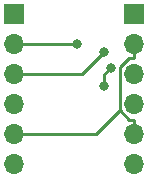
<source format=gbl>
%TF.GenerationSoftware,KiCad,Pcbnew,(5.1.6-0-10_14)*%
%TF.CreationDate,2020-09-09T09:44:54+09:00*%
%TF.ProjectId,qPCR-spi_switcher,71504352-2d73-4706-995f-737769746368,rev?*%
%TF.SameCoordinates,Original*%
%TF.FileFunction,Copper,L2,Bot*%
%TF.FilePolarity,Positive*%
%FSLAX46Y46*%
G04 Gerber Fmt 4.6, Leading zero omitted, Abs format (unit mm)*
G04 Created by KiCad (PCBNEW (5.1.6-0-10_14)) date 2020-09-09 09:44:54*
%MOMM*%
%LPD*%
G01*
G04 APERTURE LIST*
%TA.AperFunction,ComponentPad*%
%ADD10O,1.700000X1.700000*%
%TD*%
%TA.AperFunction,ComponentPad*%
%ADD11R,1.700000X1.700000*%
%TD*%
%TA.AperFunction,ViaPad*%
%ADD12C,0.800000*%
%TD*%
%TA.AperFunction,Conductor*%
%ADD13C,0.250000*%
%TD*%
G04 APERTURE END LIST*
D10*
%TO.P,J1,6*%
%TO.N,SCK*%
X101600000Y-76200000D03*
%TO.P,J1,5*%
%TO.N,MISO*%
X101600000Y-73660000D03*
%TO.P,J1,4*%
%TO.N,MOSI*%
X101600000Y-71120000D03*
%TO.P,J1,3*%
%TO.N,SPI_MOSI_SWITCH*%
X101600000Y-68580000D03*
%TO.P,J1,2*%
%TO.N,VCC*%
X101600000Y-66040000D03*
D11*
%TO.P,J1,1*%
%TO.N,GND*%
X101600000Y-63500000D03*
%TD*%
%TO.P,J2,1*%
%TO.N,MOSI1*%
X111760000Y-63500000D03*
D10*
%TO.P,J2,2*%
%TO.N,MISO*%
X111760000Y-66040000D03*
%TO.P,J2,3*%
%TO.N,SCK*%
X111760000Y-68580000D03*
%TO.P,J2,4*%
%TO.N,MOSI2*%
X111760000Y-71120000D03*
%TO.P,J2,5*%
%TO.N,MISO*%
X111760000Y-73660000D03*
%TO.P,J2,6*%
%TO.N,SCK*%
X111760000Y-76200000D03*
%TD*%
D12*
%TO.N,SCK*%
X109843600Y-68060000D03*
X109279000Y-69605800D03*
%TO.N,SPI_MOSI_SWITCH*%
X109275000Y-66707500D03*
%TO.N,VCC*%
X107002000Y-66040000D03*
%TD*%
D13*
%TO.N,SCK*%
X109279000Y-69605800D02*
X109279000Y-68624600D01*
X109279000Y-68624600D02*
X109843600Y-68060000D01*
%TO.N,MISO*%
X110584700Y-71676800D02*
X111392600Y-72484700D01*
X111392600Y-72484700D02*
X111760000Y-72484700D01*
X111760000Y-67215300D02*
X111392700Y-67215300D01*
X111392700Y-67215300D02*
X110584700Y-68023300D01*
X110584700Y-68023300D02*
X110584700Y-71676800D01*
X110584700Y-71676800D02*
X108601500Y-73660000D01*
X108601500Y-73660000D02*
X101600000Y-73660000D01*
X111760000Y-73660000D02*
X111760000Y-72484700D01*
X111760000Y-66040000D02*
X111760000Y-67215300D01*
%TO.N,SPI_MOSI_SWITCH*%
X109275000Y-66707500D02*
X107402500Y-68580000D01*
X107402500Y-68580000D02*
X101600000Y-68580000D01*
%TO.N,VCC*%
X101600000Y-66040000D02*
X107002000Y-66040000D01*
%TD*%
M02*

</source>
